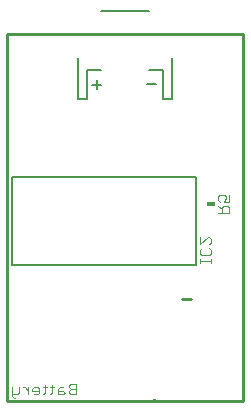
<source format=gbo>
G75*
%MOIN*%
%OFA0B0*%
%FSLAX25Y25*%
%IPPOS*%
%LPD*%
%AMOC8*
5,1,8,0,0,1.08239X$1,22.5*
%
%ADD10C,0.01000*%
%ADD11C,0.00400*%
%ADD12C,0.00800*%
%ADD13R,0.02800X0.01600*%
D10*
X0006396Y0002129D02*
X0006396Y0124491D01*
X0084979Y0124491D01*
X0084979Y0002129D01*
X0006396Y0002129D01*
X0064500Y0035999D02*
X0067500Y0035999D01*
D11*
X0070700Y0048099D02*
X0070700Y0049300D01*
X0070700Y0048699D02*
X0074303Y0048699D01*
X0074303Y0048099D02*
X0074303Y0049300D01*
X0073703Y0050554D02*
X0071301Y0050554D01*
X0070700Y0051155D01*
X0070700Y0052356D01*
X0071301Y0052956D01*
X0070700Y0054237D02*
X0073102Y0056639D01*
X0073703Y0056639D01*
X0074303Y0056039D01*
X0074303Y0054838D01*
X0073703Y0054237D01*
X0073703Y0052956D02*
X0074303Y0052356D01*
X0074303Y0051155D01*
X0073703Y0050554D01*
X0070700Y0054237D02*
X0070700Y0056639D01*
X0076700Y0064733D02*
X0080303Y0064733D01*
X0080303Y0066534D01*
X0079703Y0067135D01*
X0078502Y0067135D01*
X0077901Y0066534D01*
X0077901Y0064733D01*
X0077901Y0065934D02*
X0076700Y0067135D01*
X0077301Y0068416D02*
X0076700Y0069016D01*
X0076700Y0070217D01*
X0077301Y0070818D01*
X0078502Y0070818D01*
X0079102Y0070217D01*
X0079102Y0069617D01*
X0078502Y0068416D01*
X0080303Y0068416D01*
X0080303Y0070818D01*
X0029300Y0007802D02*
X0029300Y0004199D01*
X0027498Y0004199D01*
X0026898Y0004799D01*
X0026898Y0005400D01*
X0027498Y0006000D01*
X0029300Y0006000D01*
X0029300Y0007802D02*
X0027498Y0007802D01*
X0026898Y0007201D01*
X0026898Y0006601D01*
X0027498Y0006000D01*
X0025617Y0004799D02*
X0025016Y0005400D01*
X0023215Y0005400D01*
X0023215Y0006000D02*
X0023215Y0004199D01*
X0025016Y0004199D01*
X0025617Y0004799D01*
X0025016Y0006601D02*
X0023815Y0006601D01*
X0023215Y0006000D01*
X0021934Y0006601D02*
X0020733Y0006601D01*
X0021333Y0007201D02*
X0021333Y0004799D01*
X0020733Y0004199D01*
X0019478Y0006601D02*
X0018277Y0006601D01*
X0018878Y0007201D02*
X0018878Y0004799D01*
X0018277Y0004199D01*
X0017023Y0004799D02*
X0017023Y0006000D01*
X0016422Y0006601D01*
X0015221Y0006601D01*
X0014621Y0006000D01*
X0014621Y0005400D01*
X0017023Y0005400D01*
X0017023Y0004799D02*
X0016422Y0004199D01*
X0015221Y0004199D01*
X0013340Y0004199D02*
X0013340Y0006601D01*
X0013340Y0005400D02*
X0012139Y0006601D01*
X0011538Y0006601D01*
X0010270Y0006601D02*
X0010270Y0004799D01*
X0009670Y0004199D01*
X0007868Y0004199D01*
X0007868Y0003598D02*
X0008469Y0002998D01*
X0009069Y0002998D01*
X0007868Y0003598D02*
X0007868Y0006601D01*
D12*
X0007791Y0047235D02*
X0007791Y0076763D01*
X0069209Y0076763D01*
X0069209Y0047235D01*
X0007791Y0047235D01*
X0029839Y0102582D02*
X0029839Y0116362D01*
X0032989Y0112425D02*
X0032989Y0102582D01*
X0029839Y0102582D01*
X0034688Y0107496D02*
X0037490Y0107496D01*
X0036089Y0106095D02*
X0036089Y0108897D01*
X0037713Y0112425D02*
X0032989Y0112425D01*
X0037713Y0132110D02*
X0053461Y0132110D01*
X0061335Y0116362D02*
X0061335Y0102582D01*
X0058186Y0102582D01*
X0058186Y0112425D01*
X0053461Y0112425D01*
X0052989Y0107801D02*
X0055791Y0107801D01*
X0056000Y0002199D02*
X0055000Y0002199D01*
D13*
X0074200Y0067599D03*
M02*

</source>
